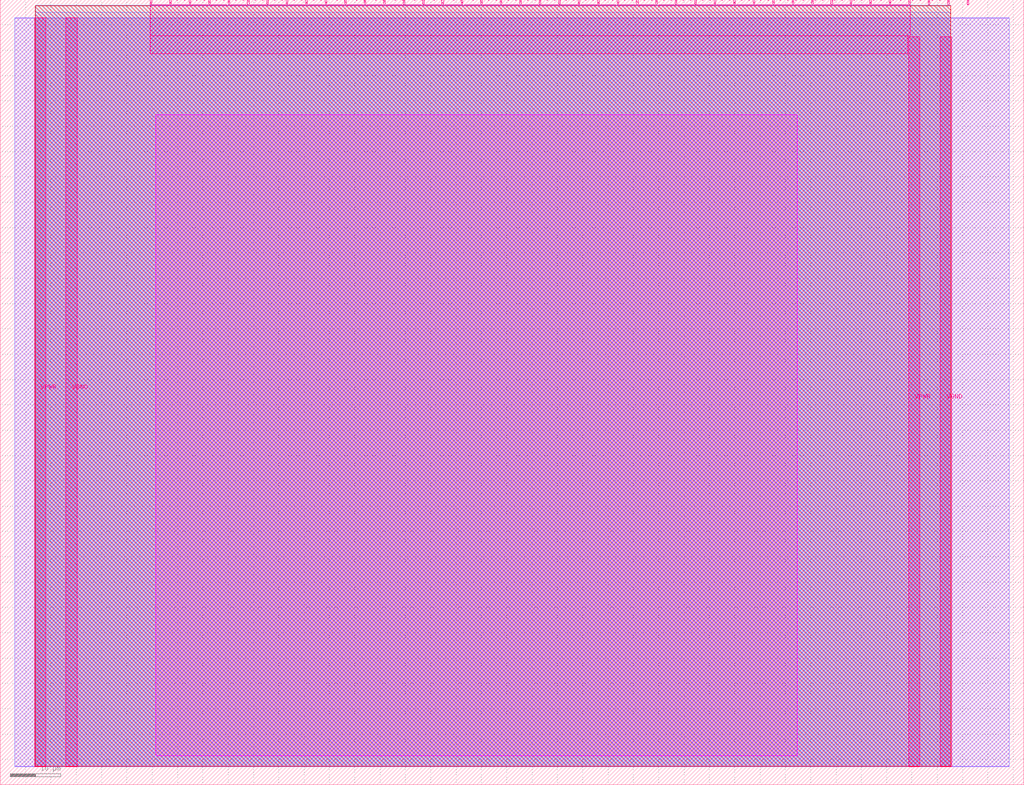
<source format=lef>
VERSION 5.7 ;
  NOWIREEXTENSIONATPIN ON ;
  DIVIDERCHAR "/" ;
  BUSBITCHARS "[]" ;
MACRO tt_um_blptrk_weaving04
  CLASS BLOCK ;
  FOREIGN tt_um_blptrk_weaving04 ;
  ORIGIN 0.000 0.000 ;
  SIZE 202.080 BY 154.980 ;
  PIN VGND
    DIRECTION INOUT ;
    USE GROUND ;
    PORT
      LAYER Metal5 ;
        RECT 12.980 3.560 15.180 151.420 ;
    END
    PORT
      LAYER Metal5 ;
        RECT 185.620 3.560 187.820 147.640 ;
    END
  END VGND
  PIN VPWR
    DIRECTION INOUT ;
    USE POWER ;
    PORT
      LAYER Metal5 ;
        RECT 6.780 3.560 8.980 151.420 ;
    END
    PORT
      LAYER Metal5 ;
        RECT 179.380 3.560 181.580 147.640 ;
    END
  END VPWR
  PIN clk
    DIRECTION INPUT ;
    USE SIGNAL ;
    PORT
      LAYER Metal5 ;
        RECT 187.050 153.980 187.350 154.980 ;
    END
  END clk
  PIN ena
    DIRECTION INPUT ;
    USE SIGNAL ;
    PORT
      LAYER Metal5 ;
        RECT 190.890 153.980 191.190 154.980 ;
    END
  END ena
  PIN rst_n
    DIRECTION INPUT ;
    USE SIGNAL ;
    PORT
      LAYER Metal5 ;
        RECT 183.210 153.980 183.510 154.980 ;
    END
  END rst_n
  PIN ui_in[0]
    DIRECTION INPUT ;
    USE SIGNAL ;
    ANTENNAGATEAREA 0.180700 ;
    PORT
      LAYER Metal5 ;
        RECT 179.370 153.980 179.670 154.980 ;
    END
  END ui_in[0]
  PIN ui_in[1]
    DIRECTION INPUT ;
    USE SIGNAL ;
    ANTENNAGATEAREA 0.180700 ;
    PORT
      LAYER Metal5 ;
        RECT 175.530 153.980 175.830 154.980 ;
    END
  END ui_in[1]
  PIN ui_in[2]
    DIRECTION INPUT ;
    USE SIGNAL ;
    ANTENNAGATEAREA 0.180700 ;
    PORT
      LAYER Metal5 ;
        RECT 171.690 153.980 171.990 154.980 ;
    END
  END ui_in[2]
  PIN ui_in[3]
    DIRECTION INPUT ;
    USE SIGNAL ;
    ANTENNAGATEAREA 0.180700 ;
    PORT
      LAYER Metal5 ;
        RECT 167.850 153.980 168.150 154.980 ;
    END
  END ui_in[3]
  PIN ui_in[4]
    DIRECTION INPUT ;
    USE SIGNAL ;
    ANTENNAGATEAREA 0.180700 ;
    PORT
      LAYER Metal5 ;
        RECT 164.010 153.980 164.310 154.980 ;
    END
  END ui_in[4]
  PIN ui_in[5]
    DIRECTION INPUT ;
    USE SIGNAL ;
    ANTENNAGATEAREA 0.180700 ;
    PORT
      LAYER Metal5 ;
        RECT 160.170 153.980 160.470 154.980 ;
    END
  END ui_in[5]
  PIN ui_in[6]
    DIRECTION INPUT ;
    USE SIGNAL ;
    ANTENNAGATEAREA 0.180700 ;
    PORT
      LAYER Metal5 ;
        RECT 156.330 153.980 156.630 154.980 ;
    END
  END ui_in[6]
  PIN ui_in[7]
    DIRECTION INPUT ;
    USE SIGNAL ;
    ANTENNAGATEAREA 0.180700 ;
    PORT
      LAYER Metal5 ;
        RECT 152.490 153.980 152.790 154.980 ;
    END
  END ui_in[7]
  PIN uio_in[0]
    DIRECTION INPUT ;
    USE SIGNAL ;
    ANTENNAGATEAREA 0.180700 ;
    PORT
      LAYER Metal5 ;
        RECT 148.650 153.980 148.950 154.980 ;
    END
  END uio_in[0]
  PIN uio_in[1]
    DIRECTION INPUT ;
    USE SIGNAL ;
    ANTENNAGATEAREA 0.180700 ;
    PORT
      LAYER Metal5 ;
        RECT 144.810 153.980 145.110 154.980 ;
    END
  END uio_in[1]
  PIN uio_in[2]
    DIRECTION INPUT ;
    USE SIGNAL ;
    ANTENNAGATEAREA 0.180700 ;
    PORT
      LAYER Metal5 ;
        RECT 140.970 153.980 141.270 154.980 ;
    END
  END uio_in[2]
  PIN uio_in[3]
    DIRECTION INPUT ;
    USE SIGNAL ;
    ANTENNAGATEAREA 0.180700 ;
    PORT
      LAYER Metal5 ;
        RECT 137.130 153.980 137.430 154.980 ;
    END
  END uio_in[3]
  PIN uio_in[4]
    DIRECTION INPUT ;
    USE SIGNAL ;
    ANTENNAGATEAREA 0.180700 ;
    PORT
      LAYER Metal5 ;
        RECT 133.290 153.980 133.590 154.980 ;
    END
  END uio_in[4]
  PIN uio_in[5]
    DIRECTION INPUT ;
    USE SIGNAL ;
    ANTENNAGATEAREA 0.180700 ;
    PORT
      LAYER Metal5 ;
        RECT 129.450 153.980 129.750 154.980 ;
    END
  END uio_in[5]
  PIN uio_in[6]
    DIRECTION INPUT ;
    USE SIGNAL ;
    ANTENNAGATEAREA 0.180700 ;
    PORT
      LAYER Metal5 ;
        RECT 125.610 153.980 125.910 154.980 ;
    END
  END uio_in[6]
  PIN uio_in[7]
    DIRECTION INPUT ;
    USE SIGNAL ;
    ANTENNAGATEAREA 0.180700 ;
    PORT
      LAYER Metal5 ;
        RECT 121.770 153.980 122.070 154.980 ;
    END
  END uio_in[7]
  PIN uio_oe[0]
    DIRECTION OUTPUT ;
    USE SIGNAL ;
    ANTENNADIFFAREA 0.299200 ;
    PORT
      LAYER Metal5 ;
        RECT 56.490 153.980 56.790 154.980 ;
    END
  END uio_oe[0]
  PIN uio_oe[1]
    DIRECTION OUTPUT ;
    USE SIGNAL ;
    ANTENNADIFFAREA 0.299200 ;
    PORT
      LAYER Metal5 ;
        RECT 52.650 153.980 52.950 154.980 ;
    END
  END uio_oe[1]
  PIN uio_oe[2]
    DIRECTION OUTPUT ;
    USE SIGNAL ;
    ANTENNADIFFAREA 0.299200 ;
    PORT
      LAYER Metal5 ;
        RECT 48.810 153.980 49.110 154.980 ;
    END
  END uio_oe[2]
  PIN uio_oe[3]
    DIRECTION OUTPUT ;
    USE SIGNAL ;
    ANTENNADIFFAREA 0.299200 ;
    PORT
      LAYER Metal5 ;
        RECT 44.970 153.980 45.270 154.980 ;
    END
  END uio_oe[3]
  PIN uio_oe[4]
    DIRECTION OUTPUT ;
    USE SIGNAL ;
    ANTENNADIFFAREA 0.299200 ;
    PORT
      LAYER Metal5 ;
        RECT 41.130 153.980 41.430 154.980 ;
    END
  END uio_oe[4]
  PIN uio_oe[5]
    DIRECTION OUTPUT ;
    USE SIGNAL ;
    ANTENNADIFFAREA 0.299200 ;
    PORT
      LAYER Metal5 ;
        RECT 37.290 153.980 37.590 154.980 ;
    END
  END uio_oe[5]
  PIN uio_oe[6]
    DIRECTION OUTPUT ;
    USE SIGNAL ;
    ANTENNADIFFAREA 0.299200 ;
    PORT
      LAYER Metal5 ;
        RECT 33.450 153.980 33.750 154.980 ;
    END
  END uio_oe[6]
  PIN uio_oe[7]
    DIRECTION OUTPUT ;
    USE SIGNAL ;
    ANTENNADIFFAREA 0.299200 ;
    PORT
      LAYER Metal5 ;
        RECT 29.610 153.980 29.910 154.980 ;
    END
  END uio_oe[7]
  PIN uio_out[0]
    DIRECTION OUTPUT ;
    USE SIGNAL ;
    ANTENNADIFFAREA 0.299200 ;
    PORT
      LAYER Metal5 ;
        RECT 87.210 153.980 87.510 154.980 ;
    END
  END uio_out[0]
  PIN uio_out[1]
    DIRECTION OUTPUT ;
    USE SIGNAL ;
    ANTENNADIFFAREA 0.299200 ;
    PORT
      LAYER Metal5 ;
        RECT 83.370 153.980 83.670 154.980 ;
    END
  END uio_out[1]
  PIN uio_out[2]
    DIRECTION OUTPUT ;
    USE SIGNAL ;
    ANTENNADIFFAREA 0.299200 ;
    PORT
      LAYER Metal5 ;
        RECT 79.530 153.980 79.830 154.980 ;
    END
  END uio_out[2]
  PIN uio_out[3]
    DIRECTION OUTPUT ;
    USE SIGNAL ;
    ANTENNADIFFAREA 0.299200 ;
    PORT
      LAYER Metal5 ;
        RECT 75.690 153.980 75.990 154.980 ;
    END
  END uio_out[3]
  PIN uio_out[4]
    DIRECTION OUTPUT ;
    USE SIGNAL ;
    ANTENNADIFFAREA 0.299200 ;
    PORT
      LAYER Metal5 ;
        RECT 71.850 153.980 72.150 154.980 ;
    END
  END uio_out[4]
  PIN uio_out[5]
    DIRECTION OUTPUT ;
    USE SIGNAL ;
    ANTENNADIFFAREA 0.299200 ;
    PORT
      LAYER Metal5 ;
        RECT 68.010 153.980 68.310 154.980 ;
    END
  END uio_out[5]
  PIN uio_out[6]
    DIRECTION OUTPUT ;
    USE SIGNAL ;
    ANTENNADIFFAREA 0.299200 ;
    PORT
      LAYER Metal5 ;
        RECT 64.170 153.980 64.470 154.980 ;
    END
  END uio_out[6]
  PIN uio_out[7]
    DIRECTION OUTPUT ;
    USE SIGNAL ;
    ANTENNADIFFAREA 0.299200 ;
    PORT
      LAYER Metal5 ;
        RECT 60.330 153.980 60.630 154.980 ;
    END
  END uio_out[7]
  PIN uo_out[0]
    DIRECTION OUTPUT ;
    USE SIGNAL ;
    ANTENNADIFFAREA 0.706400 ;
    PORT
      LAYER Metal5 ;
        RECT 117.930 153.980 118.230 154.980 ;
    END
  END uo_out[0]
  PIN uo_out[1]
    DIRECTION OUTPUT ;
    USE SIGNAL ;
    ANTENNADIFFAREA 0.706400 ;
    PORT
      LAYER Metal5 ;
        RECT 114.090 153.980 114.390 154.980 ;
    END
  END uo_out[1]
  PIN uo_out[2]
    DIRECTION OUTPUT ;
    USE SIGNAL ;
    ANTENNADIFFAREA 0.706400 ;
    PORT
      LAYER Metal5 ;
        RECT 110.250 153.980 110.550 154.980 ;
    END
  END uo_out[2]
  PIN uo_out[3]
    DIRECTION OUTPUT ;
    USE SIGNAL ;
    ANTENNADIFFAREA 0.733200 ;
    PORT
      LAYER Metal5 ;
        RECT 106.410 153.980 106.710 154.980 ;
    END
  END uo_out[3]
  PIN uo_out[4]
    DIRECTION OUTPUT ;
    USE SIGNAL ;
    ANTENNADIFFAREA 0.733200 ;
    PORT
      LAYER Metal5 ;
        RECT 102.570 153.980 102.870 154.980 ;
    END
  END uo_out[4]
  PIN uo_out[5]
    DIRECTION OUTPUT ;
    USE SIGNAL ;
    ANTENNADIFFAREA 0.733200 ;
    PORT
      LAYER Metal5 ;
        RECT 98.730 153.980 99.030 154.980 ;
    END
  END uo_out[5]
  PIN uo_out[6]
    DIRECTION OUTPUT ;
    USE SIGNAL ;
    ANTENNADIFFAREA 0.733200 ;
    PORT
      LAYER Metal5 ;
        RECT 94.890 153.980 95.190 154.980 ;
    END
  END uo_out[6]
  PIN uo_out[7]
    DIRECTION OUTPUT ;
    USE SIGNAL ;
    ANTENNADIFFAREA 0.733200 ;
    PORT
      LAYER Metal5 ;
        RECT 91.050 153.980 91.350 154.980 ;
    END
  END uo_out[7]
  OBS
      LAYER GatPoly ;
        RECT 2.880 3.630 199.200 151.350 ;
      LAYER Metal1 ;
        RECT 2.880 3.560 199.200 151.420 ;
      LAYER Metal2 ;
        RECT 6.915 3.680 187.685 152.560 ;
      LAYER Metal3 ;
        RECT 6.960 3.635 187.640 153.865 ;
      LAYER Metal4 ;
        RECT 6.915 3.680 187.685 153.820 ;
      LAYER Metal5 ;
        RECT 30.120 153.770 33.240 153.980 ;
        RECT 33.960 153.770 37.080 153.980 ;
        RECT 37.800 153.770 40.920 153.980 ;
        RECT 41.640 153.770 44.760 153.980 ;
        RECT 45.480 153.770 48.600 153.980 ;
        RECT 49.320 153.770 52.440 153.980 ;
        RECT 53.160 153.770 56.280 153.980 ;
        RECT 57.000 153.770 60.120 153.980 ;
        RECT 60.840 153.770 63.960 153.980 ;
        RECT 64.680 153.770 67.800 153.980 ;
        RECT 68.520 153.770 71.640 153.980 ;
        RECT 72.360 153.770 75.480 153.980 ;
        RECT 76.200 153.770 79.320 153.980 ;
        RECT 80.040 153.770 83.160 153.980 ;
        RECT 83.880 153.770 87.000 153.980 ;
        RECT 87.720 153.770 90.840 153.980 ;
        RECT 91.560 153.770 94.680 153.980 ;
        RECT 95.400 153.770 98.520 153.980 ;
        RECT 99.240 153.770 102.360 153.980 ;
        RECT 103.080 153.770 106.200 153.980 ;
        RECT 106.920 153.770 110.040 153.980 ;
        RECT 110.760 153.770 113.880 153.980 ;
        RECT 114.600 153.770 117.720 153.980 ;
        RECT 118.440 153.770 121.560 153.980 ;
        RECT 122.280 153.770 125.400 153.980 ;
        RECT 126.120 153.770 129.240 153.980 ;
        RECT 129.960 153.770 133.080 153.980 ;
        RECT 133.800 153.770 136.920 153.980 ;
        RECT 137.640 153.770 140.760 153.980 ;
        RECT 141.480 153.770 144.600 153.980 ;
        RECT 145.320 153.770 148.440 153.980 ;
        RECT 149.160 153.770 152.280 153.980 ;
        RECT 153.000 153.770 156.120 153.980 ;
        RECT 156.840 153.770 159.960 153.980 ;
        RECT 160.680 153.770 163.800 153.980 ;
        RECT 164.520 153.770 167.640 153.980 ;
        RECT 168.360 153.770 171.480 153.980 ;
        RECT 172.200 153.770 175.320 153.980 ;
        RECT 176.040 153.770 179.160 153.980 ;
        RECT 29.660 147.850 179.620 153.770 ;
        RECT 29.660 144.335 179.170 147.850 ;
      LAYER TopMetal1 ;
        RECT 30.700 5.700 157.300 132.300 ;
  END
END tt_um_blptrk_weaving04
END LIBRARY


</source>
